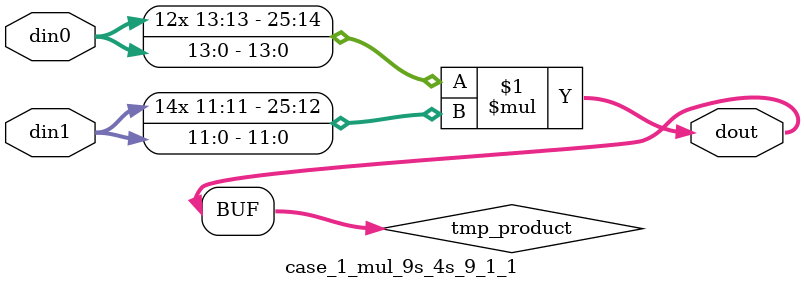
<source format=v>

`timescale 1 ns / 1 ps

 module case_1_mul_9s_4s_9_1_1(din0, din1, dout);
parameter ID = 1;
parameter NUM_STAGE = 0;
parameter din0_WIDTH = 14;
parameter din1_WIDTH = 12;
parameter dout_WIDTH = 26;

input [din0_WIDTH - 1 : 0] din0; 
input [din1_WIDTH - 1 : 0] din1; 
output [dout_WIDTH - 1 : 0] dout;

wire signed [dout_WIDTH - 1 : 0] tmp_product;



























assign tmp_product = $signed(din0) * $signed(din1);








assign dout = tmp_product;





















endmodule

</source>
